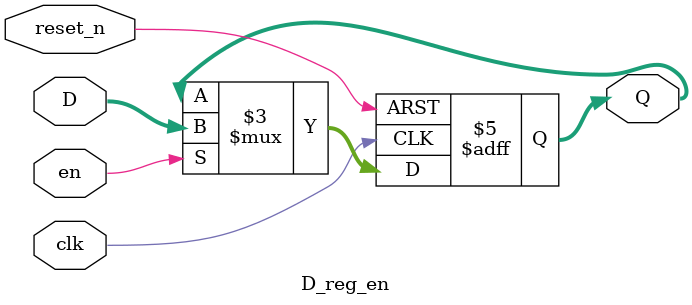
<source format=v>
module D_reg_en (

	input clk,reset_n,en,
	input [31:0] D,
	output reg [31:0] Q
);

always @ (posedge clk,negedge reset_n)
	
	if (~reset_n)
		Q <= 32'b0;
	else
		if (en)
		Q <= D;

endmodule
</source>
